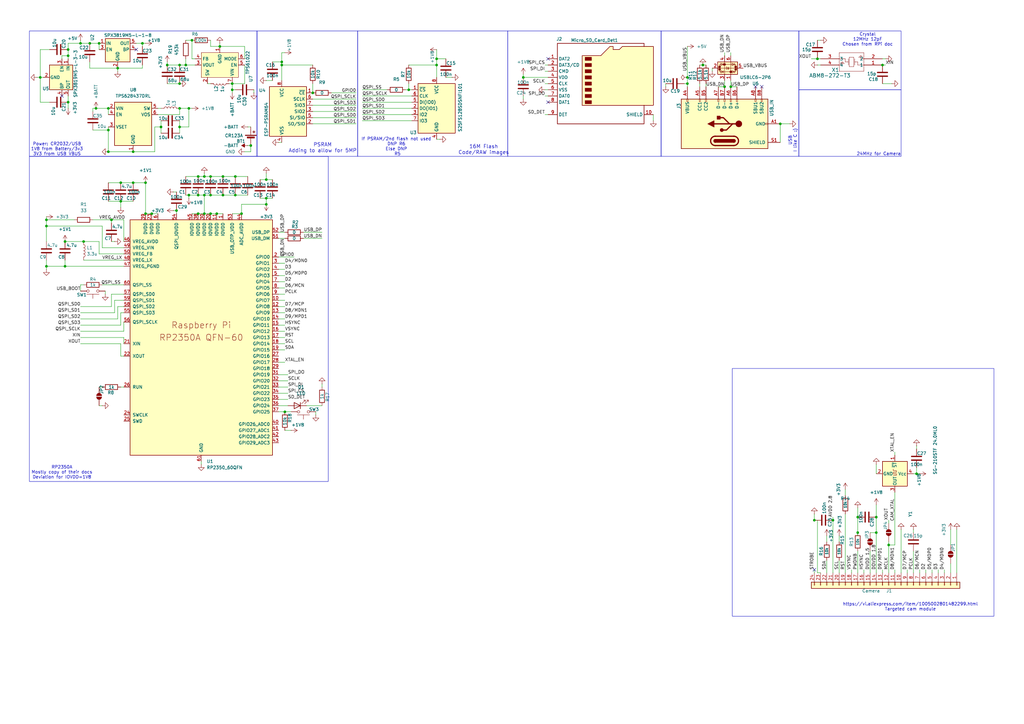
<source format=kicad_sch>
(kicad_sch (version 20250114) (generator "eeschema") (generator_version "9.0")
  (paper "A3")
  (title_block (date "2025-05-02") (rev "0.1") (company "kiyoo.moe"))
  (rectangle (start 327.66 36.83) (end 369.57 64.135))
  (rectangle (start 327.66 12.7) (end 369.57 36.83))
  (rectangle (start 12.065 64.135) (end 134.62 197.485))
  (rectangle (start 146.685 12.7) (end 208.28 64.135))
  (rectangle (start 300.355 151.13) (end 407.67 252.73))
  (rectangle (start 271.145 12.7) (end 327.66 64.135))
  (rectangle (start 105.41 12.7) (end 146.685 64.135))
  (rectangle (start 208.28 12.7) (end 271.145 64.135))
  (rectangle (start 12.065 12.7) (end 105.41 64.135))
  (text "16M Flash\nCode/RAW images\n" (at 198.374 61.468 0) (effects (font (size 1.5 1.5))))
  (text "USB\nI like C :)" (at 325.12 57.658 90) (effects (font (size 1.27 1.27))))
  (text "Crystal\n12MHz 12pF\nChosen from RPi doc\n\n" (at 355.854 17.272 0) (effects (font (size 1.27 1.27))))
  (text "If PSRAM/2nd flash not used\nDNP R6\nElse DNP\n R5" (at 162.56 60.198 0) (effects (font (size 1.27 1.27))))
  (text "Power: CR2032/USB\n1V8 from Battery/3v3\n3V3 from USB VBUS" (at 23.368 61.214 0) (effects (font (size 1.27 1.27))))
  (text "24MHz for Camera\n" (at 360.426 63.246 0) (effects (font (size 1.27 1.27))))
  (text "PSRAM\nAdding to allow for 5MP\n" (at 132.334 60.706 0) (effects (font (size 1.5 1.5))))
  (text "RP2350A\nMostly copy of their docs\nDeviation for IOVDD=1V8" (at 25.4 193.802 0) (effects (font (size 1.27 1.27))))
  (text "https://vi.aliexpress.com/item/1005002801482299.html\nTargeted cam module\n" (at 373.38 248.92 0) (effects (font (size 1.27 1.27))))
  (junction (at 320.04 50.8))
  (junction (at 90.17 19.05))
  (junction (at 297.18 35.56))
  (junction (at 375.92 194.31))
  (junction (at 34.29 99.06))
  (junction (at 128.27 38.1))
  (junction (at 359.41 212.09))
  (junction (at 116.84 168.91))
  (junction (at 27.94 20.32))
  (junction (at 44.45 44.45))
  (junction (at 76.2 26.67))
  (junction (at 48.26 27.94))
  (junction (at 95.25 36.83))
  (junction (at 33.02 17.78))
  (junction (at 62.23 87.63))
  (junction (at 288.29 26.67))
  (junction (at 26.67 109.22))
  (junction (at 361.95 26.67))
  (junction (at 109.22 81.28))
  (junction (at 281.94 34.29))
  (junction (at 99.06 87.63))
  (junction (at 179.07 24.13))
  (junction (at 364.49 223.52))
  (junction (at 109.22 83.82))
  (junction (at 86.36 80.01))
  (junction (at 91.44 72.39))
  (junction (at 66.04 52.07))
  (junction (at 73.66 52.07))
  (junction (at 86.36 87.63))
  (junction (at 49.53 82.55))
  (junction (at 73.66 26.67))
  (junction (at 81.28 87.63))
  (junction (at 341.63 213.36))
  (junction (at 351.79 218.44))
  (junction (at 359.41 218.44))
  (junction (at 54.61 62.23))
  (junction (at 214.63 31.75))
  (junction (at 281.94 31.75))
  (junction (at 83.82 72.39))
  (junction (at 77.47 44.45))
  (junction (at 167.64 36.83))
  (junction (at 179.07 26.67))
  (junction (at 95.25 34.29))
  (junction (at 115.57 25.4))
  (junction (at 27.94 41.91))
  (junction (at 44.45 62.23))
  (junction (at 73.66 34.29))
  (junction (at 91.44 80.01))
  (junction (at 59.69 74.93))
  (junction (at 115.57 26.67))
  (junction (at 68.58 26.67))
  (junction (at 44.45 53.34))
  (junction (at 39.37 44.45))
  (junction (at 77.47 80.01))
  (junction (at 73.66 44.45))
  (junction (at 83.82 87.63))
  (junction (at 40.64 17.78))
  (junction (at 19.05 92.71))
  (junction (at 81.28 80.01))
  (junction (at 86.36 72.39))
  (junction (at 16.51 31.75))
  (junction (at 81.28 72.39))
  (junction (at 26.67 99.06))
  (junction (at 351.79 212.09))
  (junction (at 59.69 87.63))
  (junction (at 299.72 35.56))
  (junction (at 334.01 213.36))
  (junction (at 54.61 74.93))
  (junction (at 335.28 24.13))
  (junction (at 58.42 17.78))
  (junction (at 72.39 86.36))
  (junction (at 36.83 17.78))
  (junction (at 83.82 80.01))
  (junction (at 109.22 73.66))
  (junction (at 19.05 90.17))
  (junction (at 102.87 59.69))
  (junction (at 96.52 72.39))
  (junction (at 49.53 74.93))
  (junction (at 27.94 22.86))
  (junction (at 19.05 109.22))
  (junction (at 88.9 87.63))
  (junction (at 78.74 16.51))
  (junction (at 45.72 90.17))
  (junction (at 96.52 80.01))
  (no_connect (at 224.79 41.91))
  (no_connect (at 55.88 20.32))
  (no_connect (at 312.42 35.56))
  (no_connect (at 25.4 39.37))
  (no_connect (at 224.79 24.13))
  (no_connect (at 309.88 35.56))
  (no_connect (at 334.01 233.68))
  (wire (pts (xy 27.94 17.78) (xy 27.94 20.32)))
  (wire (pts (xy 114.3 97.79) (xy 116.84 97.79)))
  (wire (pts (xy 58.42 17.78) (xy 58.42 19.05)))
  (wire (pts (xy 182.88 31.75) (xy 185.42 31.75)))
  (wire (pts (xy 114.3 166.37) (xy 118.11 166.37)))
  (wire (pts (xy 361.95 34.29) (xy 365.76 34.29)))
  (wire (pts (xy 287.02 26.67) (xy 288.29 26.67)))
  (wire (pts (xy 359.41 218.44) (xy 359.41 234.95)))
  (wire (pts (xy 382.27 233.68) (xy 382.27 234.95)))
  (wire (pts (xy 116.84 168.91) (xy 119.38 168.91)))
  (wire (pts (xy 114.3 168.91) (xy 116.84 168.91)))
  (wire (pts (xy 93.98 34.29) (xy 95.25 34.29)))
  (wire (pts (xy 86.36 16.51) (xy 86.36 19.05)))
  (wire (pts (xy 114.3 158.75) (xy 118.11 158.75)))
  (wire (pts (xy 33.02 128.27) (xy 46.99 128.27)))
  (wire (pts (xy 95.25 36.83) (xy 96.52 36.83)))
  (wire (pts (xy 19.05 106.68) (xy 19.05 109.22)))
  (wire (pts (xy 109.22 81.28) (xy 111.76 81.28)))
  (wire (pts (xy 379.73 233.68) (xy 379.73 234.95)))
  (wire (pts (xy 223.52 34.29) (xy 224.79 34.29)))
  (wire (pts (xy 363.22 26.67) (xy 361.95 26.67)))
  (wire (pts (xy 114.3 120.65) (xy 116.84 120.65)))
  (wire (pts (xy 40.64 158.75) (xy 41.91 158.75)))
  (wire (pts (xy 68.58 26.67) (xy 68.58 25.4)))
  (wire (pts (xy 364.49 223.52) (xy 364.49 234.95)))
  (wire (pts (xy 106.68 73.66) (xy 109.22 73.66)))
  (wire (pts (xy 88.9 87.63) (xy 91.44 87.63)))
  (wire (pts (xy 372.11 233.68) (xy 372.11 234.95)))
  (wire (pts (xy 148.59 36.83) (xy 158.75 36.83)))
  (wire (pts (xy 377.19 233.68) (xy 377.19 234.95)))
  (wire (pts (xy 63.5 52.07) (xy 63.5 62.23)))
  (wire (pts (xy 114.3 140.97) (xy 116.84 140.97)))
  (wire (pts (xy 36.83 17.78) (xy 40.64 17.78)))
  (wire (pts (xy 297.18 33.02) (xy 297.18 35.56)))
  (wire (pts (xy 334.01 210.82) (xy 334.01 213.36)))
  (wire (pts (xy 146.05 40.64) (xy 128.27 40.64)))
  (wire (pts (xy 114.3 135.89) (xy 116.84 135.89)))
  (wire (pts (xy 82.55 189.23) (xy 82.55 190.5)))
  (wire (pts (xy 101.6 59.69) (xy 102.87 59.69)))
  (wire (pts (xy 33.02 16.51) (xy 33.02 17.78)))
  (wire (pts (xy 281.94 34.29) (xy 281.94 31.75)))
  (wire (pts (xy 335.28 24.13) (xy 332.74 24.13)))
  (wire (pts (xy 83.82 80.01) (xy 83.82 87.63)))
  (wire (pts (xy 81.28 72.39) (xy 83.82 72.39)))
  (wire (pts (xy 50.8 132.08) (xy 50.8 135.89)))
  (wire (pts (xy 101.6 52.07) (xy 102.87 52.07)))
  (wire (pts (xy 114.3 107.95) (xy 116.84 107.95)))
  (wire (pts (xy 63.5 62.23) (xy 54.61 62.23)))
  (wire (pts (xy 83.82 71.12) (xy 83.82 72.39)))
  (wire (pts (xy 46.99 123.19) (xy 46.99 128.27)))
  (wire (pts (xy 114.3 148.59) (xy 116.84 148.59)))
  (wire (pts (xy 20.32 41.91) (xy 16.51 41.91)))
  (wire (pts (xy 148.59 41.91) (xy 168.91 41.91)))
  (wire (pts (xy 364.49 222.25) (xy 364.49 223.52)))
  (wire (pts (xy 114.3 156.21) (xy 118.11 156.21)))
  (wire (pts (xy 339.09 219.71) (xy 339.09 222.25)))
  (wire (pts (xy 339.09 229.87) (xy 339.09 234.95)))
  (wire (pts (xy 73.66 52.07) (xy 73.66 54.61)))
  (wire (pts (xy 26.67 109.22) (xy 19.05 109.22)))
  (wire (pts (xy 44.45 52.07) (xy 44.45 53.34)))
  (wire (pts (xy 86.36 87.63) (xy 88.9 87.63)))
  (wire (pts (xy 99.06 83.82) (xy 109.22 83.82)))
  (wire (pts (xy 16.51 41.91) (xy 16.51 31.75)))
  (wire (pts (xy 45.72 90.17) (xy 45.72 91.44)))
  (wire (pts (xy 375.92 191.77) (xy 375.92 194.31)))
  (wire (pts (xy 40.64 104.14) (xy 40.64 99.06)))
  (wire (pts (xy 81.28 87.63) (xy 83.82 87.63)))
  (wire (pts (xy 49.53 158.75) (xy 50.8 158.75)))
  (wire (pts (xy 49.53 82.55) (xy 49.53 85.09)))
  (wire (pts (xy 36.83 25.4) (xy 36.83 27.94)))
  (wire (pts (xy 167.64 34.29) (xy 167.64 36.83)))
  (wire (pts (xy 125.73 166.37) (xy 132.08 166.37)))
  (wire (pts (xy 135.89 38.1) (xy 146.05 38.1)))
  (wire (pts (xy 214.63 31.75) (xy 224.79 31.75)))
  (wire (pts (xy 90.17 19.05) (xy 90.17 17.78)))
  (wire (pts (xy 95.25 87.63) (xy 99.06 87.63)))
  (wire (pts (xy 335.28 234.95) (xy 336.55 234.95)))
  (wire (pts (xy 72.39 86.36) (xy 72.39 87.63)))
  (wire (pts (xy 96.52 80.01) (xy 91.44 80.01)))
  (wire (pts (xy 299.72 22.86) (xy 299.72 21.59)))
  (wire (pts (xy 38.1 90.17) (xy 45.72 90.17)))
  (wire (pts (xy 54.61 74.93) (xy 59.69 74.93)))
  (wire (pts (xy 71.12 86.36) (xy 72.39 86.36)))
  (wire (pts (xy 64.77 46.99) (xy 73.66 46.99)))
  (wire (pts (xy 49.53 82.55) (xy 54.61 82.55)))
  (wire (pts (xy 179.07 20.32) (xy 179.07 24.13)))
  (wire (pts (xy 367.03 185.42) (xy 367.03 186.69)))
  (wire (pts (xy 292.1 27.94) (xy 292.1 29.21)))
  (wire (pts (xy 344.17 219.71) (xy 344.17 222.25)))
  (wire (pts (xy 59.69 74.93) (xy 59.69 87.63)))
  (wire (pts (xy 78.74 24.13) (xy 78.74 16.51)))
  (wire (pts (xy 363.22 24.13) (xy 361.95 24.13)))
  (wire (pts (xy 76.2 16.51) (xy 78.74 16.51)))
  (wire (pts (xy 116.84 138.43) (xy 114.3 138.43)))
  (wire (pts (xy 114.3 153.67) (xy 118.11 153.67)))
  (wire (pts (xy 114.3 113.03) (xy 116.84 113.03)))
  (wire (pts (xy 50.8 99.06) (xy 50.8 90.17)))
  (wire (pts (xy 41.91 92.71) (xy 19.05 92.71)))
  (wire (pts (xy 115.57 21.59) (xy 116.84 21.59)))
  (wire (pts (xy 351.79 208.28) (xy 351.79 212.09)))
  (wire (pts (xy 116.84 176.53) (xy 119.38 176.53)))
  (wire (pts (xy 148.59 44.45) (xy 168.91 44.45)))
  (wire (pts (xy 49.53 74.93) (xy 54.61 74.93)))
  (wire (pts (xy 346.71 210.82) (xy 346.71 234.95)))
  (wire (pts (xy 387.35 233.68) (xy 387.35 234.95)))
  (wire (pts (xy 104.14 38.1) (xy 104.14 36.83)))
  (wire (pts (xy 38.1 53.34) (xy 44.45 53.34)))
  (wire (pts (xy 114.3 125.73) (xy 116.84 125.73)))
  (wire (pts (xy 115.57 25.4) (xy 111.76 25.4)))
  (wire (pts (xy 33.02 140.97) (xy 49.53 140.97)))
  (wire (pts (xy 356.87 218.44) (xy 359.41 218.44)))
  (wire (pts (xy 273.05 35.56) (xy 273.05 34.29)))
  (wire (pts (xy 359.41 190.5) (xy 359.41 194.31)))
  (wire (pts (xy 359.41 207.01) (xy 359.41 212.09)))
  (wire (pts (xy 114.3 118.11) (xy 116.84 118.11)))
  (wire (pts (xy 33.02 138.43) (xy 50.8 138.43)))
  (wire (pts (xy 86.36 19.05) (xy 90.17 19.05)))
  (wire (pts (xy 223.52 36.83) (xy 224.79 36.83)))
  (wire (pts (xy 86.36 72.39) (xy 91.44 72.39)))
  (wire (pts (xy 148.59 46.99) (xy 168.91 46.99)))
  (wire (pts (xy 27.94 41.91) (xy 27.94 44.45)))
  (wire (pts (xy 146.05 50.8) (xy 128.27 50.8)))
  (wire (pts (xy 44.45 53.34) (xy 44.45 62.23)))
  (wire (pts (xy 124.46 95.25) (xy 132.08 95.25)))
  (wire (pts (xy 50.8 125.73) (xy 48.26 125.73)))
  (wire (pts (xy 66.04 52.07) (xy 66.04 54.61)))
  (wire (pts (xy 41.91 101.6) (xy 41.91 92.71)))
  (wire (pts (xy 50.8 104.14) (xy 40.64 104.14)))
  (wire (pts (xy 100.33 34.29) (xy 95.25 34.29)))
  (wire (pts (xy 99.06 87.63) (xy 99.06 83.82)))
  (wire (pts (xy 389.89 217.17) (xy 389.89 223.52)))
  (wire (pts (xy 73.66 46.99) (xy 73.66 44.45)))
  (wire (pts (xy 223.52 46.99) (xy 224.79 46.99)))
  (wire (pts (xy 34.29 106.68) (xy 50.8 106.68)))
  (wire (pts (xy 179.07 26.67) (xy 179.07 31.75)))
  (wire (pts (xy 34.29 116.84) (xy 33.02 116.84)))
  (wire (pts (xy 336.55 26.67) (xy 335.28 26.67)))
  (wire (pts (xy 76.2 72.39) (xy 81.28 72.39)))
  (wire (pts (xy 26.67 106.68) (xy 26.67 109.22)))
  (wire (pts (xy 100.33 26.67) (xy 100.33 34.29)))
  (wire (pts (xy 384.81 233.68) (xy 384.81 234.95)))
  (wire (pts (xy 59.69 87.63) (xy 62.23 87.63)))
  (wire (pts (xy 19.05 90.17) (xy 30.48 90.17)))
  (wire (pts (xy 49.53 128.27) (xy 49.53 133.35)))
  (wire (pts (xy 86.36 80.01) (xy 91.44 80.01)))
  (wire (pts (xy 49.53 146.05) (xy 50.8 146.05)))
  (wire (pts (xy 91.44 72.39) (xy 96.52 72.39)))
  (wire (pts (xy 114.3 143.51) (xy 116.84 143.51)))
  (wire (pts (xy 27.94 22.86) (xy 25.4 22.86)))
  (wire (pts (xy 109.22 81.28) (xy 109.22 83.82)))
  (wire (pts (xy 33.02 125.73) (xy 45.72 125.73)))
  (wire (pts (xy 73.66 26.67) (xy 76.2 26.67)))
  (wire (pts (xy 114.3 163.83) (xy 118.11 163.83)))
  (wire (pts (xy 68.58 26.67) (xy 73.66 26.67)))
  (wire (pts (xy 115.57 26.67) (xy 115.57 33.02)))
  (wire (pts (xy 369.57 217.17) (xy 369.57 234.95)))
  (wire (pts (xy 281.94 34.29) (xy 280.67 34.29)))
  (wire (pts (xy 100.33 24.13) (xy 100.33 19.05)))
  (wire (pts (xy 48.26 125.73) (xy 48.26 130.81)))
  (wire (pts (xy 62.23 87.63) (xy 64.77 87.63)))
  (wire (pts (xy 49.53 140.97) (xy 49.53 146.05)))
  (wire (pts (xy 179.07 24.13) (xy 179.07 26.67)))
  (wire (pts (xy 281.94 31.75) (xy 281.94 19.05)))
  (wire (pts (xy 374.65 226.06) (xy 374.65 234.95)))
  (wire (pts (xy 27.94 20.32) (xy 27.94 22.86)))
  (wire (pts (xy 132.08 157.48) (xy 132.08 158.75)))
  (wire (pts (xy 335.28 213.36) (xy 335.28 234.95)))
  (wire (pts (xy 19.05 92.71) (xy 19.05 99.06)))
  (wire (pts (xy 95.25 38.1) (xy 95.25 36.83)))
  (wire (pts (xy 44.45 82.55) (xy 49.53 82.55)))
  (wire (pts (xy 374.65 217.17) (xy 374.65 218.44)))
  (wire (pts (xy 114.3 128.27) (xy 116.84 128.27)))
  (wire (pts (xy 17.78 31.75) (xy 16.51 31.75)))
  (wire (pts (xy 20.32 20.32) (xy 16.51 20.32)))
  (wire (pts (xy 39.37 44.45) (xy 44.45 44.45)))
  (wire (pts (xy 351.79 226.06) (xy 351.79 234.95)))
  (wire (pts (xy 33.02 17.78) (xy 36.83 17.78)))
  (wire (pts (xy 78.74 87.63) (xy 81.28 87.63)))
  (wire (pts (xy 115.57 21.59) (xy 115.57 25.4)))
  (wire (pts (xy 50.8 101.6) (xy 41.91 101.6)))
  (wire (pts (xy 25.4 22.86) (xy 25.4 24.13)))
  (wire (pts (xy 19.05 90.17) (xy 19.05 92.71)))
  (wire (pts (xy 115.57 25.4) (xy 115.57 26.67)))
  (wire (pts (xy 214.63 39.37) (xy 214.63 40.64)))
  (wire (pts (xy 40.64 99.06) (xy 34.29 99.06)))
  (wire (pts (xy 19.05 109.22) (xy 19.05 110.49)))
  (wire (pts (xy 167.64 36.83) (xy 168.91 36.83)))
  (wire (pts (xy 43.18 119.38) (xy 43.18 120.65)))
  (wire (pts (xy 344.17 229.87) (xy 344.17 234.95)))
  (wire (pts (xy 129.54 168.91) (xy 129.54 170.18)))
  (wire (pts (xy 392.43 217.17) (xy 392.43 234.95)))
  (wire (pts (xy 114.3 130.81) (xy 116.84 130.81)))
  (wire (pts (xy 354.33 233.68) (xy 354.33 234.95)))
  (wire (pts (xy 58.42 26.67) (xy 58.42 27.94)))
  (wire (pts (xy 40.64 166.37) (xy 41.91 166.37)))
  (wire (pts (xy 55.88 17.78) (xy 58.42 17.78)))
  (wire (pts (xy 38.1 44.45) (xy 38.1 45.72)))
  (wire (pts (xy 33.02 135.89) (xy 50.8 135.89)))
  (wire (pts (xy 34.29 99.06) (xy 26.67 99.06)))
  (wire (pts (xy 77.47 80.01) (xy 77.47 81.28)))
  (wire (pts (xy 361.95 233.68) (xy 361.95 234.95)))
  (wire (pts (xy 45.72 99.06) (xy 46.99 99.06)))
  (wire (pts (xy 289.56 34.29) (xy 289.56 35.56)))
  (wire (pts (xy 44.45 74.93) (xy 49.53 74.93)))
  (wire (pts (xy 33.02 116.84) (xy 33.02 119.38)))
  (wire (pts (xy 146.05 48.26) (xy 128.27 48.26)))
  (wire (pts (xy 377.19 194.31) (xy 375.92 194.31)))
  (wire (pts (xy 36.83 27.94) (xy 48.26 27.94)))
  (wire (pts (xy 114.3 115.57) (xy 116.84 115.57)))
  (wire (pts (xy 335.28 16.51) (xy 336.55 16.51)))
  (wire (pts (xy 83.82 72.39) (xy 86.36 72.39)))
  (wire (pts (xy 114.3 161.29) (xy 118.11 161.29)))
  (wire (pts (xy 124.46 97.79) (xy 132.08 97.79)))
  (wire (pts (xy 114.3 123.19) (xy 116.84 123.19)))
  (wire (pts (xy 375.92 194.31) (xy 374.65 194.31)))
  (wire (pts (xy 83.82 87.63) (xy 86.36 87.63)))
  (wire (pts (xy 179.07 57.15) (xy 180.34 57.15)))
  (wire (pts (xy 73.66 44.45) (xy 77.47 44.45)))
  (wire (pts (xy 96.52 72.39) (xy 101.6 72.39)))
  (wire (pts (xy 44.45 44.45) (xy 44.45 46.99)))
  (wire (pts (xy 50.8 120.65) (xy 45.72 120.65)))
  (wire (pts (xy 356.87 226.06) (xy 356.87 234.95)))
  (wire (pts (xy 148.59 49.53) (xy 168.91 49.53)))
  (wire (pts (xy 323.85 50.8) (xy 320.04 50.8)))
  (wire (pts (xy 341.63 212.09) (xy 341.63 213.36)))
  (wire (pts (xy 102.87 59.69) (xy 102.87 62.23)))
  (wire (pts (xy 50.8 128.27) (xy 49.53 128.27)))
  (wire (pts (xy 38.1 44.45) (xy 39.37 44.45)))
  (wire (pts (xy 336.55 24.13) (xy 335.28 24.13)))
  (wire (pts (xy 59.69 17.78) (xy 58.42 17.78)))
  (wire (pts (xy 115.57 58.42) (xy 114.3 58.42)))
  (wire (pts (xy 73.66 52.07) (xy 77.47 52.07)))
  (wire (pts (xy 27.94 39.37) (xy 27.94 41.91)))
  (wire (pts (xy 114.3 105.41) (xy 120.65 105.41)))
  (wire (pts (xy 359.41 212.09) (xy 359.41 218.44)))
  (wire (pts (xy 349.25 233.68) (xy 349.25 234.95)))
  (wire (pts (xy 45.72 120.65) (xy 45.72 125.73)))
  (wire (pts (xy 48.26 29.21) (xy 48.26 27.94)))
  (wire (pts (xy 100.33 19.05) (xy 90.17 19.05)))
  (wire (pts (xy 351.79 212.09) (xy 351.79 218.44)))
  (wire (pts (xy 367.03 233.68) (xy 367.03 234.95)))
  (wire (pts (xy 95.25 36.83) (xy 95.25 34.29)))
  (wire (pts (xy 364.49 223.52) (xy 367.03 223.52)))
  (wire (pts (xy 68.58 34.29) (xy 73.66 34.29)))
  (wire (pts (xy 223.52 39.37) (xy 224.79 39.37)))
  (wire (pts (xy 179.07 24.13) (xy 182.88 24.13)))
  (wire (pts (xy 76.2 26.67) (xy 80.01 26.67)))
  (wire (pts (xy 27.94 17.78) (xy 33.02 17.78)))
  (wire (pts (xy 375.92 182.88) (xy 375.92 184.15)))
  (wire (pts (xy 76.2 24.13) (xy 76.2 26.67)))
  (wire (pts (xy 287.02 34.29) (xy 287.02 35.56)))
  (wire (pts (xy 346.71 200.66) (xy 346.71 203.2)))
  (wire (pts (xy 66.04 49.53) (xy 66.04 52.07)))
  (wire (pts (xy 77.47 52.07) (xy 77.47 44.45)))
  (wire (pts (xy 299.72 33.02) (xy 299.72 35.56)))
  (wire (pts (xy 27.94 22.86) (xy 27.94 24.13)))
  (wire (pts (xy 146.05 45.72) (xy 128.27 45.72)))
  (wire (pts (xy 335.28 213.36) (xy 334.01 213.36)))
  (wire (pts (xy 16.51 20.32) (xy 16.51 31.75)))
  (wire (pts (xy 50.8 123.19) (xy 46.99 123.19)))
  (wire (pts (xy 109.22 73.66) (xy 109.22 71.12)))
  (wire (pts (xy 41.91 116.84) (xy 50.8 116.84)))
  (wire (pts (xy 297.18 22.86) (xy 297.18 21.59)))
  (wire (pts (xy 44.45 62.23) (xy 54.61 62.23)))
  (wire (pts (xy 281.94 34.29) (xy 281.94 35.56)))
  (wire (pts (xy 166.37 36.83) (xy 167.64 36.83)))
  (wire (pts (xy 109.22 73.66) (xy 111.76 73.66)))
  (wire (pts (xy 299.72 35.56) (xy 302.26 35.56)))
  (wire (pts (xy 101.6 80.01) (xy 96.52 80.01)))
  (wire (pts (xy 288.29 26.67) (xy 289.56 26.67)))
  (wire (pts (xy 77.47 44.45) (xy 78.74 44.45)))
  (wire (pts (xy 76.2 80.01) (xy 77.47 80.01)))
  (wire (pts (xy 45.72 90.17) (xy 50.8 90.17)))
  (wire (pts (xy 50.8 138.43) (xy 50.8 140.97)))
  (wire (pts (xy 114.3 133.35) (xy 116.84 133.35)))
  (wire (pts (xy 63.5 52.07) (xy 66.04 52.07)))
  (wire (pts (xy 81.28 80.01) (xy 83.82 80.01)))
  (wire (pts (xy 294.64 35.56) (xy 297.18 35.56)))
  (wire (pts (xy 128.27 26.67) (xy 115.57 26.67)))
  (wire (pts (xy 73.66 49.53) (xy 73.66 52.07)))
  (wire (pts (xy 341.63 213.36) (xy 341.63 234.95)))
  (wire (pts (xy 49.53 133.35) (xy 33.02 133.35)))
  (wire (pts (xy 389.89 231.14) (xy 389.89 234.95)))
  (wire (pts (xy 64.77 44.45) (xy 66.04 44.45)))
  (wire (pts (xy 214.63 30.48) (xy 214.63 31.75)))
  (wire (pts (xy 85.09 34.29) (xy 86.36 34.29)))
  (wire (pts (xy 148.59 39.37) (xy 168.91 39.37)))
  (wire (pts (xy 111.76 33.02) (xy 109.22 33.02)))
  (wire (pts (xy 114.3 95.25) (xy 116.84 95.25)))
  (wire (pts (xy 83.82 80.01) (xy 86.36 80.01)))
  (wire (pts (xy 16.51 31.75) (xy 15.24 31.75)))
  (wire (pts (xy 33.02 130.81) (xy 48.26 130.81)))
  (wire (pts (xy 50.8 109.22) (xy 26.67 109.22)))
  (wire (pts (xy 351.79 218.44) (xy 351.79 219.71)))
  (wire (pts (xy 320.04 58.42) (xy 320.04 50.8)))
  (wire (pts (xy 128.27 34.29) (xy 128.27 38.1)))
  (wire (pts (xy 102.87 62.23) (xy 100.33 62.23)))
  (wire (pts (xy 334.01 233.68) (xy 334.01 234.95)))
  (wire (pts (xy 364.49 213.36) (xy 364.49 214.63)))
  (wire (pts (xy 267.97 46.99) (xy 267.97 49.53)))
  (wire (pts (xy 367.03 201.93) (xy 367.03 223.52)))
  (wire (pts (xy 80.01 24.13) (xy 78.74 24.13)))
  (wire (pts (xy 40.64 17.78) (xy 40.64 20.32)))
  (wire (pts (xy 223.52 29.21) (xy 224.79 29.21)))
  (wire (pts (xy 19.05 90.17) (xy 19.05 88.9)))
  (wire (pts (xy 71.12 78.74) (xy 72.39 78.74)))
  (wire (pts (xy 167.64 26.67) (xy 179.07 26.67)))
  (wire (pts (xy 128.27 43.18) (xy 146.05 43.18)))
  (wire (pts (xy 114.3 110.49) (xy 116.84 110.49)))
  (wire (pts (xy 58.42 27.94) (xy 48.26 27.94)))
  (wire (pts (xy 106.68 81.28) (xy 109.22 81.28)))
  (wire (pts (xy 77.47 80.01) (xy 81.28 80.01)))
  (wire (pts (xy 223.52 26.67) (xy 224.79 26.67)))
  (label "QSPI_SD3" (at 33.02 133.35 180))
  (label "PCLK" (at 374.65 233.68 90))
  (label "QSPI_SCLK" (at 146.05 40.64 180))
  (label "PWDNB" (at 351.79 233.68 90))
  (label "QSPI_SD3" (at 148.59 49.53 0))
  (label "D7{slash}MCP" (at 116.84 125.73 0))
  (label "D4{slash}MDN0" (at 387.35 233.68 90))
  (label "VSYNC" (at 349.25 233.68 90))
  (label "VSYNC" (at 116.84 135.89 0))
  (label "D5{slash}MDP0" (at 116.84 113.03 0))
  (label "USB_VBUS" (at 281.94 29.21 90))
  (label "HSYNC" (at 116.84 133.35 0))
  (label "SCLK" (at 223.52 34.29 180))
  (label "HSYNC" (at 354.33 233.68 90))
  (label "QSPI_SCLK" (at 148.59 39.37 0))
  (label "GPIO0" (at 146.05 38.1 180))
  (label "D2" (at 379.73 233.68 90))
  (label "GPIO0" (at 120.65 105.41 180))
  (label "MCLK" (at 364.49 233.68 90))
  (label "QSPI_SD1" (at 33.02 128.27 180))
  (label "USB_DP" (at 299.72 35.56 0))
  (label "XOUT" (at 33.02 140.97 180))
  (label "SDA" (at 116.84 143.51 0))
  (label "SDA" (at 339.09 233.68 90))
  (label "USB_DN" (at 132.08 97.79 180))
  (label "XTAL_EN" (at 116.84 148.59 0))
  (label "XIN" (at 363.22 26.67 0))
  (label "USB_DN" (at 297.18 21.59 90))
  (label "QSPI_SCLK" (at 33.02 135.89 180))
  (label "XOUT" (at 332.74 24.13 180))
  (label "QSPI_SD2" (at 146.05 45.72 180))
  (label "D5{slash}MDP0" (at 382.27 233.68 90))
  (label "AVDD 2.8" (at 341.63 212.09 90))
  (label "USB_BOOT" (at 33.02 119.38 180))
  (label "QSPI_SS" (at 148.59 36.83 0))
  (label "QSPI_SD1" (at 146.05 50.8 180))
  (label "QSPI_SD2" (at 33.02 130.81 180))
  (label "D3" (at 116.84 110.49 0))
  (label "USB_VBUS" (at 304.8 27.94 0))
  (label "SPI_CS" (at 223.52 26.67 180))
  (label "XIN" (at 33.02 138.43 180))
  (label "SD_DET" (at 223.52 46.99 180))
  (label "VREG_LX" (at 41.91 106.68 0))
  (label "DVDD 1.5" (at 356.87 233.68 90))
  (label "SPI_DO" (at 118.11 153.67 0))
  (label "USB_DP" (at 116.84 95.25 90))
  (label "XOUT" (at 364.49 213.36 90))
  (label "USB_DP" (at 299.72 21.59 90))
  (label "SCL" (at 344.17 233.68 90))
  (label "XTAL_EN" (at 367.03 185.42 90))
  (label "D6{slash}MCN" (at 116.84 118.11 0))
  (label "D3" (at 384.81 233.68 90))
  (label "PCLK" (at 116.84 120.65 0))
  (label "D4{slash}MDN0" (at 116.84 107.95 0))
  (label "SCLK" (at 118.11 156.21 0))
  (label "D8{slash}MDN1" (at 116.84 128.27 0))
  (label "RST" (at 346.71 233.68 90))
  (label "D8{slash}MDN1" (at 367.03 233.68 90))
  (label "QSPI_SS" (at 49.53 116.84 180))
  (label "USB_DN" (at 297.18 35.56 180))
  (label "SCL" (at 116.84 140.97 0))
  (label "SPI_CS" (at 118.11 161.29 0))
  (label "SPI_DO" (at 223.52 39.37 180))
  (label "D7{slash}MCP" (at 372.11 233.68 90))
  (label "D9{slash}MPD1" (at 361.95 233.68 90))
  (label "QSPI_SD0" (at 33.02 125.73 180))
  (label "VREG_AVDD" (at 40.64 90.17 0))
  (label "SD_DET" (at 118.11 163.83 0))
  (label "D2" (at 116.84 115.57 0))
  (label "USB_DN" (at 116.84 97.79 270))
  (label "SPI_DI" (at 118.11 158.75 0))
  (label "QSPI_SD0" (at 148.59 41.91 0))
  (label "QSPI_SD3" (at 146.05 43.18 180))
  (label "SPI_DI" (at 223.52 29.21 180))
  (label "CAM_XTAL" (at 367.03 204.47 270))
  (label "USB_DP" (at 132.08 95.25 180))
  (label "D9{slash}MPD1" (at 116.84 130.81 0))
  (label "QSPI_SD1" (at 148.59 44.45 0))
  (label "QSPI_SD0" (at 146.05 48.26 180))
  (label "D6{slash}MCN" (at 377.19 233.68 90))
  (label "QSPI_SD2" (at 148.59 46.99 0))
  (label "RST" (at 116.84 138.43 0))
  (label "DOVDD 1.8" (at 359.41 233.68 90))
  (label "STROBE" (at 334.01 233.68 90))
  (symbol (lib_id "power:GND") (at 359.41 190.5 180) (unit 1)
    (property "Reference" "#PWR55" (effects (hide yes)))
    (property "Value" "GND" (effects (hide yes)))
    (property "Description" "Power symbol creates a global label with name \"GND\" , ground" (effects (hide yes)))
  )
  (symbol (lib_id "Memory_RAM:ESP-PSRAM32") (at 118.11 45.72 0) (unit 1)
    (property "Reference" "U4" (at 108.966 37.084 0) (effects (justify right)))
    (property "Value" "ESP-PSRAM64" (at 109.22 41.91 90) (effects (justify right)))
    (property "Footprint" "Package_SO:SOIC-8_3.9x4.9mm_P1.27mm" (effects (hide yes)))
    (property "Datasheet" "https://www.espressif.com/sites/default/files/documentation/esp-psram32_datasheet_en.pdf" (effects (hide yes)))
    (property "Description" "32 Mbit serial pseudo SRAM device organized as 4Mx8 bits, 1.8 VCC, SOIC8 (SOP8)" (effects (hide yes)))
  )
  (symbol (lib_id "power:+3V3") (at 109.22 83.82 180) (unit 1)
    (property "Reference" "#PWR15" (effects (hide yes)))
    (property "Value" "+3V3" (at 109.22 88.9 0))
    (property "Description" "Power symbol creates a global label with name \"+3V3\"" (effects (hide yes)))
  )
  (symbol (lib_id "power:+1V1") (at 26.67 99.06 0) (unit 1)
    (property "Reference" "#PWR10" (effects (hide yes)))
    (property "Value" "+1V1" (at 26.67 93.98 0))
    (property "Description" "Power symbol creates a global label with name \"+1V1\"" (effects (hide yes)))
  )
  (symbol (lib_id "power:+5V") (at 281.94 19.05 270) (unit 1)
    (property "Reference" "#PWR46" (effects (hide yes)))
    (property "Value" "+5V" (at 285.75 19.0499 90) (effects (justify left)))
    (property "Description" "Power symbol creates a global label with name \"+5V\"" (effects (hide yes)))
  )
  (symbol (lib_id "Jumper:SolderJumper_2_Open") (at 364.49 218.44 270) (unit 1) (exclude_from_sim yes) (in_bom no)
    (property "Reference" "JP4" (at 363.22 215.646 0))
    (property "Value" "XTAL_JMP" (effects (hide yes)))
    (property "Footprint" "Jumper:SolderJumper-2_P1.3mm_Open_RoundedPad1.0x1.5mm" (effects (hide yes)))
    (property "Description" "Solder Jumper, 2-pole, open" (effects (hide yes)))
  )
  (symbol (lib_id "Device:R") (at 132.08 162.56 0) (unit 1)
    (property "Reference" "R17" (at 134.366 162.814 90))
    (property "Value" "1k" (at 132.08 162.56 90))
    (property "Footprint" "Resistor_SMD:R_0402_1005Metric" (effects (hide yes)))
    (property "Description" "Resistor" (effects (hide yes)))
    (property "LCSC" "C11702" (effects (hide yes)))
  )
  (symbol (lib_id "Converter_DCDC:TPS61022") (at 90.17 26.67 180) (unit 1)
    (property "Reference" "U7" (at 102.87 32.258 90))
    (property "Value" "TPS61022" (at 101.6 25.654 90))
    (property "Footprint" "Package_DFN_QFN:Texas_RWU0007A_VQFN-7_2x2mm_P0.5mm" (effects (hide yes)))
    (property "Datasheet" "https://www.ti.com/lit/ds/symlink/tps61022.pdf" (effects (hide yes)))
    (property "Description" "8A Boost Converter, 0.5-5.5 V input, 2.2-5.5V output, Texas RWU0007A VQFN-7" (effects (hide yes)))
    (property "LCSC" "C915088" (effects (hide yes)))
  )
  (symbol (lib_id "power:GND") (at 292.1 29.21 0) (mirror y) (unit 1)
    (property "Reference" "#PWR54" (effects (hide yes)))
    (property "Value" "GND" (effects (hide yes)))
    (property "Description" "Power symbol creates a global label with name \"GND\" , ground" (effects (hide yes)))
  )
  (symbol (lib_id "Device:R") (at 162.56 36.83 90) (unit 1)
    (property "Reference" "R5" (at 162.56 32.512 90))
    (property "Value" "0" (at 162.56 36.83 90))
    (property "Footprint" "Resistor_SMD:R_0402_1005Metric" (effects (hide yes)))
    (property "Description" "Resistor" (effects (hide yes)))
    (property "LCSC" "C17168" (effects (hide yes)))
  )
  (symbol (lib_id "power:GND") (at 374.65 217.17 0) (mirror x) (unit 1)
    (property "Reference" "#PWR52" (effects (hide yes)))
    (property "Value" "GND" (effects (hide yes)))
    (property "Description" "Power symbol creates a global label with name \"GND\" , ground" (effects (hide yes)))
  )
  (symbol (lib_id "Device:C") (at 38.1 49.53 0) (unit 1)
    (property "Reference" "C35" (at 38.1 47.498 0) (effects (justify left)))
    (property "Value" "10u" (at 39.878 51.816 0) (effects (justify left)))
    (property "Footprint" "Capacitor_SMD:C_0603_1608Metric" (effects (hide yes)))
    (property "Description" "Unpolarized capacitor" (effects (hide yes)))
    (property "LCSC" "C1691" (effects (hide yes)))
  )
  (symbol (lib_id "Device:C") (at 36.83 21.59 0) (unit 1)
    (property "Reference" "C22" (at 32.512 19.558 0) (effects (justify left)))
    (property "Value" "10u" (at 32.258 23.368 0) (effects (justify left)))
    (property "Footprint" "Capacitor_SMD:C_0603_1608Metric" (effects (hide yes)))
    (property "Description" "Unpolarized capacitor" (effects (hide yes)))
    (property "LCSC" "C1691" (effects (hide yes)))
  )
  (symbol (lib_id "power:+1V8") (at 59.69 17.78 270) (unit 1)
    (property "Reference" "#PWR5" (effects (hide yes)))
    (property "Value" "+1V8" (at 60.452 16.51 90) (effects (justify left)))
    (property "Description" "Power symbol creates a global label with name \"+1V8\"" (effects (hide yes)))
  )
  (symbol (lib_id "power:+3V3") (at 389.89 217.17 0) (unit 1)
    (property "Reference" "#PWR51" (effects (hide yes)))
    (property "Value" "+3V3" (at 387.096 219.964 90) (effects (justify left)))
    (property "Description" "Power symbol creates a global label with name \"+3V3\"" (effects (hide yes)))
  )
  (symbol (lib_id "Connector:USB_C_Receptacle_USB2.0_16P") (at 297.18 50.8 90) (unit 1)
    (property "Reference" "J3" (at 278.384 44.704 0) (effects (justify left)))
    (property "Value" "USB_IN" (at 316.484 47.752 0) (effects (justify left)))
    (property "Footprint" "Connector_USB:USB_C_Receptacle_HCTL_HC-TYPE-C-16P-01A" (effects (hide yes)))
    (property "Datasheet" "https://www.usb.org/sites/default/files/documents/usb_type-c.zip" (effects (hide yes)))
    (property "Description" "USB 2.0-only 16P Type-C Receptacle connector" (effects (hide yes)))
    (property "LCSC" "C2894897" (effects (hide yes)))
  )
  (symbol (lib_id "power:GND") (at 48.26 29.21 0) (unit 1)
    (property "Reference" "#PWR9" (effects (hide yes)))
    (property "Value" "GND" (effects (hide yes)))
    (property "Description" "Power symbol creates a global label with name \"GND\" , ground" (effects (hide yes)))
  )
  (symbol (lib_id "power:GND") (at 335.28 26.67 270) (unit 1)
    (property "Reference" "#PWR26" (effects (hide yes)))
    (property "Value" "GND" (effects (hide yes)))
    (property "Description" "Power symbol creates a global label with name \"GND\" , ground" (effects (hide yes)))
  )
  (symbol (lib_id "Device:R") (at 34.29 90.17 90) (unit 1)
    (property "Reference" "R1" (at 34.29 83.82 90))
    (property "Value" "33" (at 34.29 86.36 90))
    (property "Footprint" "Resistor_SMD:R_0402_1005Metric" (effects (hide yes)))
    (property "Description" "Resistor" (effects (hide yes)))
    (property "LCSC" "C25105" (effects (hide yes)))
  )
  (symbol (lib_id "Connector_Generic:Conn_01x24") (at 364.49 240.03 270) (unit 1)
    (property "Reference" "J1" (at 363.474 242.316 90) (effects (justify left)))
    (property "Value" "Camera" (at 353.568 242.316 90) (effects (justify left)))
    (property "Footprint" "Connector_FFC-FPC:Hirose_FH12-24S-0.5SH_1x24-1MP_P0.50mm_Horizontal" (effects (hide yes)))
    (property "Description" "Generic connector, single row, 01x24, script generated (kicad-library-utils/schlib/autogen/connector/)" (effects (hide yes)))
    (property "LCSC" "C202112" (effects (hide yes)))
  )
  (symbol (lib_id "power:-BATT") (at 101.6 59.69 90) (unit 1)
    (property "Reference" "#PWR2" (effects (hide yes)))
    (property "Value" "-BATT" (at 97.79 59.6899 90) (effects (justify left)))
    (property "Description" "Power symbol creates a global label with name \"-BATT\"" (effects (hide yes)))
  )
  (symbol (lib_id "power:+BATT") (at 39.37 44.45 0) (unit 1)
    (property "Reference" "#PWR67" (effects (hide yes)))
    (property "Value" "+BATT" (at 39.3701 40.64 90) (effects (justify left)))
    (property "Description" "Power symbol creates a global label with name \"+BATT\"" (effects (hide yes)))
  )
  (symbol (lib_id "Device:C") (at 182.88 27.94 180) (unit 1)
    (property "Reference" "C15" (at 186.944 25.908 0) (effects (justify left)))
    (property "Value" "100n" (at 185.42 30.48 0) (effects (justify left)))
    (property "Footprint" "Capacitor_SMD:C_0402_1005Metric" (effects (hide yes)))
    (property "Description" "Unpolarized capacitor" (effects (hide yes)))
    (property "LCSC" "C1525" (effects (hide yes)))
  )
  (symbol (lib_id "Device:C") (at 58.42 22.86 0) (unit 1)
    (property "Reference" "C23" (at 58.42 20.828 0) (effects (justify left)))
    (property "Value" "10u" (at 54.356 24.892 0) (effects (justify left)))
    (property "Footprint" "Capacitor_SMD:C_0603_1608Metric" (effects (hide yes)))
    (property "Description" "Unpolarized capacitor" (effects (hide yes)))
    (property "LCSC" "C1691" (effects (hide yes)))
  )
  (symbol (lib_id "power:GND") (at 46.99 99.06 90) (unit 1)
    (property "Reference" "#PWR6" (effects (hide yes)))
    (property "Value" "GND" (effects (hide yes)))
    (property "Description" "Power symbol creates a global label with name \"GND\" , ground" (effects (hide yes)))
  )
  (symbol (lib_id "Device:R") (at 45.72 158.75 270) (unit 1)
    (property "Reference" "R8" (at 45.466 161.036 90))
    (property "Value" "1k" (at 45.72 158.75 90))
    (property "Footprint" "Resistor_SMD:R_0402_1005Metric" (effects (hide yes)))
    (property "Description" "Resistor" (effects (hide yes)))
    (property "LCSC" "C11702" (effects (hide yes)))
  )
  (symbol (lib_id "Device:R") (at 339.09 226.06 0) (unit 1)
    (property "Reference" "R16" (at 336.804 226.06 90))
    (property "Value" "10k" (at 339.09 226.06 90) (effects (font (size 1.016 1.016) (thickness 0.2032) (bold yes))))
    (property "Footprint" "Resistor_SMD:R_0603_1608Metric" (effects (hide yes)))
    (property "Description" "Resistor" (effects (hide yes)))
    (property "LCSC" "C15401" (effects (hide yes)))
  )
  (symbol (lib_id "Regulator_Linear:SPX3819M5-L-3-3") (at 25.4 31.75 270) (unit 1)
    (property "Reference" "U5" (at 18.796 36.322 90))
    (property "Value" "SPX3819M5-L-3-3" (at 30.988 30.226 0))
    (property "Footprint" "Package_TO_SOT_SMD:SOT-23-5" (effects (hide yes)))
    (property "Datasheet" "https://www.exar.com/content/document.ashx?id=22106&languageid=1033&type=Datasheet&partnumber=SPX3819&filename=SPX3819.pdf&part=SPX3819" (effects (hide yes)))
    (property "Description" "500mA Low drop-out regulator, Fixed Output 3.3V, SOT-23-5" (effects (hide yes)))
    (property "LCSC" "C5370980" (effects (hide yes)))
  )
  (symbol (lib_id "Device:R") (at 120.65 97.79 90) (unit 1)
    (property "Reference" "R3" (at 120.904 92.964 90))
    (property "Value" "0" (at 120.65 97.79 90))
    (property "Footprint" "Resistor_SMD:R_0402_1005Metric" (effects (hide yes)))
    (property "Description" "Resistor" (effects (hide yes)))
    (property "LCSC" "C17168" (effects (hide yes)))
  )
  (symbol (lib_id "Device:R") (at 344.17 226.06 0) (unit 1)
    (property "Reference" "R15" (at 345.44 221.488 90))
    (property "Value" "10k" (at 344.17 226.06 90) (effects (font (size 1.016 1.016) (thickness 0.2032) (bold yes))))
    (property "Footprint" "Resistor_SMD:R_0603_1608Metric" (effects (hide yes)))
    (property "Description" "Resistor" (effects (hide yes)))
    (property "LCSC" "C15401" (effects (hide yes)))
  )
  (symbol (lib_id "Jumper:SolderJumper_2_Open") (at 356.87 222.25 270) (unit 1) (exclude_from_sim yes) (in_bom no)
    (property "Reference" "JP3" (at 355.6 219.456 0))
    (property "Value" "DVDD_1V8" (effects (hide yes)))
    (property "Footprint" "Jumper:SolderJumper-2_P1.3mm_Open_RoundedPad1.0x1.5mm" (effects (hide yes)))
    (property "Description" "Solder Jumper, 2-pole, open" (effects (hide yes)))
  )
  (symbol (lib_id "power:GND") (at 336.55 16.51 90) (unit 1)
    (property "Reference" "#PWR33" (effects (hide yes)))
    (property "Value" "GND" (effects (hide yes)))
    (property "Description" "Power symbol creates a global label with name \"GND\" , ground" (effects (hide yes)))
  )
  (symbol (lib_id "power:GND") (at 71.12 78.74 270) (unit 1)
    (property "Reference" "#PWR60" (effects (hide yes)))
    (property "Value" "GND" (effects (hide yes)))
    (property "Description" "Power symbol creates a global label with name \"GND\" , ground" (effects (hide yes)))
  )
  (symbol (lib_id "power:+1V8") (at 78.74 44.45 270) (unit 1)
    (property "Reference" "#PWR59" (effects (hide yes)))
    (property "Value" "+1V8" (at 82.55 44.4499 90) (effects (justify left)))
    (property "Description" "Power symbol creates a global label with name \"+1V8\"" (effects (hide yes)))
  )
  (symbol (lib_id "Device:C") (at 91.44 76.2 0) (unit 1)
    (property "Reference" "C4" (at 88.646 78.74 0) (effects (justify left)))
    (property "Value" "100n" (at 89.662 74.168 0) (effects (justify left)))
    (property "Footprint" "Capacitor_SMD:C_0402_1005Metric" (effects (hide yes)))
    (property "Description" "Unpolarized capacitor" (effects (hide yes)))
    (property "LCSC" "C1525" (effects (hide yes)))
  )
  (symbol (lib_id "power:GND") (at 100.33 62.23 270) (unit 1)
    (property "Reference" "#PWR3" (effects (hide yes)))
    (property "Value" "GND" (at 96.52 62.2299 90) (effects (justify right)))
    (property "Description" "Power symbol creates a global label with name \"GND\" , ground" (effects (hide yes)))
  )
  (symbol (lib_id "Device:R") (at 351.79 222.25 0) (unit 1)
    (property "Reference" "R13" (at 349.25 222.25 90))
    (property "Value" "10k" (at 351.79 222.25 90) (effects (font (size 1.016 1.016) (thickness 0.2032) (bold yes))))
    (property "Footprint" "Resistor_SMD:R_0603_1608Metric" (effects (hide yes)))
    (property "Description" "Resistor" (effects (hide yes)))
    (property "LCSC" "C15401" (effects (hide yes)))
  )
  (symbol (lib_id "Device:C") (at 44.45 78.74 0) (unit 1)
    (property "Reference" "C11" (at 41.656 81.28 0) (effects (justify left)))
    (property "Value" "100n" (at 42.418 78.74 0) (effects (justify left)))
    (property "Footprint" "Capacitor_SMD:C_0402_1005Metric" (effects (hide yes)))
    (property "Description" "Unpolarized capacitor" (effects (hide yes)))
    (property "LCSC" "C1525" (effects (hide yes)))
  )
  (symbol (lib_id "power:GND") (at 375.92 182.88 180) (unit 1)
    (property "Reference" "#PWR56" (effects (hide yes)))
    (property "Value" "GND" (effects (hide yes)))
    (property "Description" "Power symbol creates a global label with name \"GND\" , ground" (effects (hide yes)))
  )
  (symbol (lib_id "Switch:SW_Push") (at 38.1 119.38 180) (unit 1)
    (property "Reference" "SW1" (at 33.528 120.904 0))
    (property "Value" "USB_BOOT" (effects (hide yes)))
    (property "Footprint" "Button_Switch_SMD:SW_Push_1P1T_NO_CK_KMR2" (effects (hide yes)))
    (property "Description" "Push button switch, generic, two pins" (effects (hide yes)))
    (property "LCSC" "C72443" (effects (hide yes)))
  )
  (symbol (lib_id "Jumper:SolderJumper_2_Open") (at 40.64 162.56 270) (unit 1) (exclude_from_sim yes) (in_bom no)
    (property "Reference" "JP2" (at 41.656 159.766 0))
    (property "Value" "USB_BOOT" (effects (hide yes)))
    (property "Footprint" "Jumper:SolderJumper-2_P1.3mm_Open_RoundedPad1.0x1.5mm" (effects (hide yes)))
    (property "Description" "Solder Jumper, 2-pole, open" (effects (hide yes)))
  )
  (symbol (lib_id "power:GND") (at 104.14 38.1 0) (unit 1)
    (property "Reference" "#PWR44" (effects (hide yes)))
    (property "Value" "GND" (effects (hide yes)))
    (property "Description" "Power symbol creates a global label with name \"GND\" , ground" (effects (hide yes)))
  )
  (symbol (lib_id "power:GND") (at 323.85 50.8 90) (unit 1)
    (property "Reference" "#PWR36" (effects (hide yes)))
    (property "Value" "GND" (effects (hide yes)))
    (property "Description" "Power symbol creates a global label with name \"GND\" , ground" (effects (hide yes)))
  )
  (symbol (lib_id "power:+1V8") (at 179.07 20.32 90) (unit 1)
    (property "Reference" "#PWR18" (effects (hide yes)))
    (property "Value" "+1V8" (at 177.292 23.368 0))
    (property "Description" "Power symbol creates a global label with name \"+1V8\"" (effects (hide yes)))
  )
  (symbol (lib_id "Device:C") (at 335.28 20.32 180) (unit 1)
    (property "Reference" "C17" (at 330.454 18.288 0) (effects (justify right)))
    (property "Value" "15p" (at 328.93 20.32 0) (effects (justify right)))
    (property "Footprint" "Capacitor_SMD:C_0402_1005Metric" (effects (hide yes)))
    (property "Description" "Unpolarized capacitor" (effects (hide yes)))
    (property "LCSC" "C1548" (effects (hide yes)))
  )
  (symbol (lib_id "Device:C") (at 24.13 41.91 270) (unit 1)
    (property "Reference" "C21" (at 26.162 41.91 0) (effects (justify left)))
    (property "Value" "10u" (at 21.844 43.688 0) (effects (justify left)))
    (property "Footprint" "Capacitor_SMD:C_0603_1608Metric" (effects (hide yes)))
    (property "Description" "Unpolarized capacitor" (effects (hide yes)))
    (property "LCSC" "C1691" (effects (hide yes)))
  )
  (symbol (lib_id "ABM8-272-T3:ABM8-272-T3") (at 361.95 26.67 180) (unit 1)
    (property "Reference" "X1" (at 342.646 28.702 0) (effects (font (size 1.524 1.524))))
    (property "Value" "ABM8-272-T3" (at 340.36 30.988 0) (effects (font (size 1.524 1.524))))
    (property "Footprint" "ABM8_272_T3:ABM8-272-T3_ABR" (effects (hide yes)))
    (property "Datasheet" "ABM8-272-T3" (effects (hide yes)))
    (property "LCSC" "C20625731" (effects (hide yes)))
  )
  (symbol (lib_id "Device:C") (at 26.67 102.87 0) (unit 1)
    (property "Reference" "C8" (at 23.876 105.41 0) (effects (justify left)))
    (property "Value" "4.7u" (at 27.178 100.584 0) (effects (justify left)))
    (property "Footprint" "Capacitor_SMD:C_0402_1005Metric" (effects (hide yes)))
    (property "Description" "Unpolarized capacitor" (effects (hide yes)))
    (property "LCSC" "C76995" (effects (hide yes)))
  )
  (symbol (lib_id "Device:R") (at 116.84 172.72 0) (mirror x) (unit 1)
    (property "Reference" "R18" (at 118.872 171.45 90))
    (property "Value" "10k" (at 116.84 172.72 90))
    (property "Footprint" "Resistor_SMD:R_0603_1608Metric" (effects (hide yes)))
    (property "Description" "Resistor" (effects (hide yes)))
    (property "LCSC" "C15401" (effects (hide yes)))
  )
  (symbol (lib_id "Device:C") (at 69.85 49.53 270) (unit 1)
    (property "Reference" "C33" (at 71.628 48.514 90) (effects (justify left)))
    (property "Value" "10u" (at 65.024 48.514 90) (effects (justify left)))
    (property "Footprint" "Capacitor_SMD:C_0603_1608Metric" (effects (hide yes)))
    (property "Description" "Unpolarized capacitor" (effects (hide yes)))
    (property "LCSC" "C1691" (effects (hide yes)))
  )
  (symbol (lib_id "Switch:SW_Push") (at 124.46 168.91 180) (unit 1)
    (property "Reference" "SW3" (at 128.778 167.894 0))
    (property "Value" "Shutter" (effects (hide yes)))
    (property "Footprint" "Button_Switch_SMD:SW_Push_1P1T_NO_6x6mm_H9.5mm" (effects (hide yes)))
    (property "Description" "Push button switch, generic, two pins" (effects (hide yes)))
    (property "LCSC" "C22397173" (effects (hide yes)))
  )
  (symbol (lib_id "power:GND") (at 41.91 166.37 90) (unit 1)
    (property "Reference" "#PWR28" (effects (hide yes)))
    (property "Value" "GND" (effects (hide yes)))
    (property "Description" "Power symbol creates a global label with name \"GND\" , ground" (effects (hide yes)))
  )
  (symbol (lib_id "power:PWR_FLAG") (at 281.94 31.75 90) (unit 1)
    (property "Reference" "#FLG1" (effects (hide yes)))
    (property "Value" "PWR_FLAG" (effects (hide yes)))
    (property "Description" "Special symbol for telling ERC where power comes from" (effects (hide yes)))
  )
  (symbol (lib_id "Regulator_Switching:TPS628437DRL") (at 54.61 52.07 0) (unit 1)
    (property "Reference" "U8" (at 54.61 36.83 0))
    (property "Value" "TPS628437DRL" (at 54.61 39.37 0))
    (property "Footprint" "Package_TO_SOT_SMD:SOT-563" (effects (hide yes)))
    (property "Datasheet" "https://www.ti.com/lit/ds/symlink/tps62843.pdf" (effects (hide yes)))
    (property "Description" "600mA Step-Down Converter with DCS-Control, ultra-low Iq, 1.8-5.5 Vin, 0.8-1.8 Vout, SOT-563" (effects (hide yes)))
    (property "LCSC" "C25838674" (effects (hide yes)))
  )
  (symbol (lib_id "Device:L") (at 34.29 102.87 0) (unit 1)
    (property "Reference" "L1" (at 35.56 101.5999 0) (effects (justify left)))
    (property "Value" "3.3u" (at 35.56 104.1399 0) (effects (justify left)))
    (property "Footprint" "RP2350A:L_pol_2016" (effects (hide yes)))
    (property "Description" "Inductor" (effects (hide yes)))
  )
  (symbol (lib_id "Device:C") (at 106.68 77.47 0) (unit 1)
    (property "Reference" "C13" (at 103.886 80.01 0) (effects (justify left)))
    (property "Value" "100n" (at 104.14 75.692 0) (effects (justify left)))
    (property "Footprint" "Capacitor_SMD:C_0402_1005Metric" (effects (hide yes)))
    (property "Description" "Unpolarized capacitor" (effects (hide yes)))
    (property "LCSC" "C1525" (effects (hide yes)))
  )
  (symbol (lib_id "Device:C") (at 72.39 82.55 0) (unit 1)
    (property "Reference" "C29" (at 72.898 84.836 0) (effects (justify left)))
    (property "Value" "100n" (at 69.85 80.772 0) (effects (justify left)))
    (property "Footprint" "Capacitor_SMD:C_0402_1005Metric" (effects (hide yes)))
    (property "Description" "Unpolarized capacitor" (effects (hide yes)))
    (property "LCSC" "C1525" (effects (hide yes)))
  )
  (symbol (lib_id "power:GND") (at 363.22 24.13 90) (unit 1)
    (property "Reference" "#PWR27" (effects (hide yes)))
    (property "Value" "GND" (effects (hide yes)))
    (property "Description" "Power symbol creates a global label with name \"GND\" , ground" (effects (hide yes)))
  )
  (symbol (lib_id "power:+3V3") (at 339.09 219.71 0) (unit 1)
    (property "Reference" "#PWR32" (effects (hide yes)))
    (property "Value" "+3V3" (at 340.868 222.504 90) (effects (justify left)))
    (property "Description" "Power symbol creates a global label with name \"+3V3\"" (effects (hide yes)))
  )
  (symbol (lib_id "power:GND") (at 43.18 120.65 0) (unit 1)
    (property "Reference" "#PWR17" (effects (hide yes)))
    (property "Value" "GND" (effects (hide yes)))
    (property "Description" "Power symbol creates a global label with name \"GND\" , ground" (effects (hide yes)))
  )
  (symbol (lib_id "Device:C") (at 374.65 222.25 0) (unit 1)
    (property "Reference" "C26" (at 374.396 219.71 0) (effects (justify right)))
    (property "Value" "15p" (at 378.46 219.71 0) (effects (justify right)))
    (property "Footprint" "Capacitor_SMD:C_0402_1005Metric" (effects (hide yes)))
    (property "Description" "Unpolarized capacitor" (effects (hide yes)))
    (property "LCSC" "C1548" (effects (hide yes)))
  )
  (symbol (lib_id "power:GND") (at 223.52 36.83 270) (unit 1)
    (property "Reference" "#PWR45" (effects (hide yes)))
    (property "Value" "GND" (effects (hide yes)))
    (property "Description" "Power symbol creates a global label with name \"GND\" , ground" (effects (hide yes)))
  )
  (symbol (lib_id "Device:C") (at 49.53 78.74 0) (unit 1)
    (property "Reference" "C12" (at 46.736 81.28 0) (effects (justify left)))
    (property "Value" "4.7u" (at 49.784 76.454 0) (effects (justify left)))
    (property "Footprint" "Capacitor_SMD:C_0402_1005Metric" (effects (hide yes)))
    (property "Description" "Unpolarized capacitor" (effects (hide yes)))
    (property "LCSC" "C76995" (effects (hide yes)))
  )
  (symbol (lib_id "Device:C") (at 24.13 20.32 270) (unit 1)
    (property "Reference" "C20" (at 26.162 16.002 0) (effects (justify left)))
    (property "Value" "10u" (at 22.352 15.748 0) (effects (justify left)))
    (property "Footprint" "Capacitor_SMD:C_0603_1608Metric" (effects (hide yes)))
    (property "Description" "Unpolarized capacitor" (effects (hide yes)))
    (property "LCSC" "C1691" (effects (hide yes)))
  )
  (symbol (lib_id "Device:C") (at 19.05 102.87 0) (unit 1)
    (property "Reference" "C9" (at 16.256 105.41 0) (effects (justify left)))
    (property "Value" "4.7u" (at 19.304 100.584 0) (effects (justify left)))
    (property "Footprint" "Capacitor_SMD:C_0402_1005Metric" (effects (hide yes)))
    (property "Description" "Unpolarized capacitor" (effects (hide yes)))
    (property "LCSC" "C76995" (effects (hide yes)))
  )
  (symbol (lib_id "Device:R") (at 82.55 16.51 270) (unit 1)
    (property "Reference" "R6" (at 81.28 13.97 90) (effects (justify right)))
    (property "Value" "100k" (at 84.836 16.51 90) (effects (justify right)))
    (property "Footprint" "Resistor_SMD:R_0402_1005Metric_Pad0.72x0.64mm_HandSolder" (effects (hide yes)))
    (property "Description" "Resistor" (effects (hide yes)))
    (property "LCSC" "C25741" (effects (hide yes)))
  )
  (symbol (lib_id "power:GND") (at 15.24 31.75 270) (unit 1)
    (property "Reference" "#PWR39" (effects (hide yes)))
    (property "Value" "GND" (effects (hide yes)))
    (property "Description" "Power symbol creates a global label with name \"GND\" , ground" (effects (hide yes)))
  )
  (symbol (lib_id "power:+3V3") (at 346.71 200.66 0) (unit 1)
    (property "Reference" "#PWR50" (effects (hide yes)))
    (property "Value" "+3V3" (at 343.916 203.454 90) (effects (justify left)))
    (property "Description" "Power symbol creates a global label with name \"+3V3\"" (effects (hide yes)))
  )
  (symbol (lib_id "Device:C") (at 361.95 30.48 0) (unit 1)
    (property "Reference" "C18" (at 360.172 32.512 0) (effects (justify right)))
    (property "Value" "15p" (at 359.41 30.226 0) (effects (justify right)))
    (property "Footprint" "Capacitor_SMD:C_0402_1005Metric" (effects (hide yes)))
    (property "Description" "Unpolarized capacitor" (effects (hide yes)))
    (property "LCSC" "C1548" (effects (hide yes)))
  )
  (symbol (lib_id "power:+3V3") (at 344.17 219.71 0) (unit 1)
    (property "Reference" "#PWR49" (effects (hide yes)))
    (property "Value" "+3V3" (at 344.424 216.662 90) (effects (justify left)))
    (property "Description" "Power symbol creates a global label with name \"+3V3\"" (effects (hide yes)))
  )
  (symbol (lib_id "power:+1V8") (at 377.19 194.31 270) (unit 1)
    (property "Reference" "#PWR41" (effects (hide yes)))
    (property "Value" "+1V8" (at 376.936 196.85 0))
    (property "Description" "Power symbol creates a global label with name \"+1V8\"" (effects (hide yes)))
  )
  (symbol (lib_id "power:GND") (at 180.34 57.15 90) (unit 1)
    (property "Reference" "#PWR19" (effects (hide yes)))
    (property "Value" "GND" (effects (hide yes)))
    (property "Description" "Power symbol creates a global label with name \"GND\" , ground" (effects (hide yes)))
  )
  (symbol (lib_id "power:GND") (at 109.22 33.02 270) (mirror x) (unit 1)
    (property "Reference" "#PWR23" (effects (hide yes)))
    (property "Value" "GND" (effects (hide yes)))
    (property "Description" "Power symbol creates a global label with name \"GND\" , ground" (effects (hide yes)))
  )
  (symbol (lib_id "Device:L") (at 69.85 44.45 90) (unit 1)
    (property "Reference" "L3" (at 71.374 41.148 0) (effects (justify right)))
    (property "Value" "1u" (at 68.834 40.894 0) (effects (justify right)))
    (property "Footprint" "Kiyo:TFM201610ALMA" (effects (hide yes)))
    (property "Description" "TFM201610ALMA1R0MTAA" (effects (hide yes)))
    (property "LCSC" "C404808" (effects (hide yes)))
  )
  (symbol (lib_id "power:+BATT") (at 101.6 52.07 90) (unit 1)
    (property "Reference" "#PWR1" (effects (hide yes)))
    (property "Value" "+BATT" (at 97.79 52.0699 90) (effects (justify left)))
    (property "Description" "Power symbol creates a global label with name \"+BATT\"" (effects (hide yes)))
  )
  (symbol (lib_id "Device:C") (at 86.36 76.2 0) (unit 1)
    (property "Reference" "C3" (at 83.566 78.74 0) (effects (justify left)))
    (property "Value" "100n" (at 84.328 74.422 0) (effects (justify left)))
    (property "Footprint" "Capacitor_SMD:C_0402_1005Metric" (effects (hide yes)))
    (property "Description" "Unpolarized capacitor" (effects (hide yes)))
    (property "LCSC" "C1525" (effects (hide yes)))
  )
  (symbol (lib_id "Device:C") (at 337.82 213.36 90) (unit 1)
    (property "Reference" "C25" (at 340.36 216.154 0) (effects (justify left)))
    (property "Value" "100n" (at 338.074 210.82 0) (effects (justify left)))
    (property "Footprint" "Capacitor_SMD:C_0402_1005Metric" (effects (hide yes)))
    (property "Description" "Unpolarized capacitor" (effects (hide yes)))
    (property "LCSC" "C1525" (effects (hide yes)))
  )
  (symbol (lib_id "power:GND") (at 73.66 34.29 90) (unit 1)
    (property "Reference" "#PWR66" (effects (hide yes)))
    (property "Value" "GND" (effects (hide yes)))
    (property "Description" "Power symbol creates a global label with name \"GND\" , ground" (effects (hide yes)))
  )
  (symbol (lib_id "power:+3V3") (at 71.12 86.36 90) (unit 1)
    (property "Reference" "#PWR7" (effects (hide yes)))
    (property "Value" "+3V3" (at 67.31 86.3599 90) (effects (justify left)))
    (property "Description" "Power symbol creates a global label with name \"+3V3\"" (effects (hide yes)))
  )
  (symbol (lib_id "Device:C") (at 111.76 77.47 0) (unit 1)
    (property "Reference" "C14" (at 108.966 80.01 0) (effects (justify left)))
    (property "Value" "100n" (at 109.22 75.692 0) (effects (justify left)))
    (property "Footprint" "Capacitor_SMD:C_0402_1005Metric" (effects (hide yes)))
    (property "Description" "Unpolarized capacitor" (effects (hide yes)))
    (property "LCSC" "C1525" (effects (hide yes)))
  )
  (symbol (lib_id "power:GND") (at 273.05 35.56 0) (unit 1)
    (property "Reference" "#PWR35" (effects (hide yes)))
    (property "Value" "GND" (effects (hide yes)))
    (property "Description" "Power symbol creates a global label with name \"GND\" , ground" (effects (hide yes)))
  )
  (symbol (lib_id "power:+1V8") (at 359.41 207.01 0) (unit 1)
    (property "Reference" "#PWR53" (effects (hide yes)))
    (property "Value" "+1V8" (at 359.41 201.93 0))
    (property "Description" "Power symbol creates a global label with name \"+1V8\"" (effects (hide yes)))
  )
  (symbol (lib_id "power:+1V8") (at 214.63 30.48 0) (unit 1)
    (property "Reference" "#PWR43" (effects (hide yes)))
    (property "Value" "+1V8" (at 214.63 25.4 0))
    (property "Description" "Power symbol creates a global label with name \"+1V8\"" (effects (hide yes)))
  )
  (symbol (lib_id "Device:C") (at 69.85 54.61 270) (unit 1)
    (property "Reference" "C34" (at 71.374 56.388 90) (effects (justify left)))
    (property "Value" "10u" (at 65.024 56.388 90) (effects (justify left)))
    (property "Footprint" "Capacitor_SMD:C_0603_1608Metric" (effects (hide yes)))
    (property "Description" "Unpolarized capacitor" (effects (hide yes)))
    (property "LCSC" "C1691" (effects (hide yes)))
  )
  (symbol (lib_id "Device:LED") (at 121.92 166.37 180) (unit 1)
    (property "Reference" "D1" (at 123.5075 158.75 0))
    (property "Value" "LED" (at 123.5075 161.29 0))
    (property "Footprint" "LED_SMD:LED_1206_3216Metric_ReverseMount_Hole1.8x2.4mm" (effects (hide yes)))
    (property "Description" "Light emitting diode" (effects (hide yes)))
    (property "LCSC" "C329183" (effects (hide yes)))
  )
  (symbol (lib_id "Device:R") (at 38.1 116.84 90) (unit 1)
    (property "Reference" "R4" (at 38.1 114.554 90))
    (property "Value" "1k" (at 38.1 116.84 90))
    (property "Footprint" "Resistor_SMD:R_0402_1005Metric" (effects (hide yes)))
    (property "Description" "Resistor" (effects (hide yes)))
    (property "LCSC" "C11702" (effects (hide yes)))
  )
  (symbol (lib_id "Device:C") (at 276.86 34.29 90) (unit 1)
    (property "Reference" "C19" (at 278.892 37.338 90) (effects (justify left)))
    (property "Value" "10u" (at 275.59 33.02 90) (effects (justify left)))
    (property "Footprint" "Capacitor_SMD:C_0603_1608Metric" (effects (hide yes)))
    (property "Description" "Unpolarized capacitor" (effects (hide yes)))
    (property "LCSC" "C1691" (effects (hide yes)))
  )
  (symbol (lib_id "power:GND") (at 129.54 170.18 0) (unit 1)
    (property "Reference" "#PWR62" (effects (hide yes)))
    (property "Value" "GND" (effects (hide yes)))
    (property "Description" "Power symbol creates a global label with name \"GND\" , ground" (effects (hide yes)))
  )
  (symbol (lib_id "Device:R") (at 289.56 30.48 180) (unit 1)
    (property "Reference" "R12" (at 284.988 28.956 90) (effects (justify left)))
    (property "Value" "5.1k" (at 289.56 28.448 90) (effects (justify left)))
    (property "Footprint" "Resistor_SMD:R_0603_1608Metric" (effects (hide yes)))
    (property "Description" "Resistor" (effects (hide yes)))
    (property "LCSC" "C23186" (effects (hide yes)))
  )
  (symbol (lib_id "power:GND") (at 392.43 217.17 0) (mirror x) (unit 1)
    (property "Reference" "#PWR29" (effects (hide yes)))
    (property "Value" "GND" (effects (hide yes)))
    (property "Description" "Power symbol creates a global label with name \"GND\" , ground" (effects (hide yes)))
  )
  (symbol (lib_id "power:+5V") (at 33.02 16.51 0) (unit 1)
    (property "Reference" "#PWR8" (effects (hide yes)))
    (property "Value" "+5V" (at 29.718 15.748 0))
    (property "Description" "Power symbol creates a global label with name \"+5V\"" (effects (hide yes)))
  )
  (symbol (lib_id "power:GND") (at 114.3 58.42 270) (mirror x) (unit 1)
    (property "Reference" "#PWR22" (effects (hide yes)))
    (property "Value" "GND" (effects (hide yes)))
    (property "Description" "Power symbol creates a global label with name \"GND\" , ground" (effects (hide yes)))
  )
  (symbol (lib_id "Device:C") (at 111.76 29.21 0) (mirror x) (unit 1)
    (property "Reference" "C16" (at 108.966 26.67 0) (effects (justify left)))
    (property "Value" "100n" (at 109.22 30.988 0) (effects (justify left)))
    (property "Footprint" "Capacitor_SMD:C_0402_1005Metric" (effects (hide yes)))
    (property "Description" "Unpolarized capacitor" (effects (hide yes)))
    (property "LCSC" "C1525" (effects (hide yes)))
  )
  (symbol (lib_id "power:+1V8") (at 119.38 176.53 270) (unit 1)
    (property "Reference" "#PWR61" (effects (hide yes)))
    (property "Value" "+1V8" (at 122.174 174.244 90))
    (property "Description" "Power symbol creates a global label with name \"+1V8\"" (effects (hide yes)))
  )
  (symbol (lib_id "Power_Protection:USBLC6-2P6") (at 299.72 27.94 270) (mirror x) (unit 1)
    (property "Reference" "U6" (at 309.88 34.2586 90))
    (property "Value" "USBLC6-2P6" (at 309.88 31.7186 90))
    (property "Footprint" "Package_TO_SOT_SMD:SOT-666" (effects (hide yes)))
    (property "Datasheet" "https://www.st.com/resource/en/datasheet/usblc6-2.pdf" (effects (hide yes)))
    (property "Description" "Very low capacitance ESD protection diode, 2 data-line, SOT-666" (effects (hide yes)))
    (property "LCSC" "C2682291" (effects (hide yes)))
  )
  (symbol (lib_id "RP2350A:RP2350_60QFN") (at 82.55 138.43 0) (unit 1)
    (property "Reference" "U1" (at 84.7441 189.23 0) (effects (justify left)))
    (property "Value" "RP2350_60QFN" (at 84.7441 191.77 0) (effects (justify left)))
    (property "Footprint" "RP2350A:RP2350-QFN-60-1EP_7x7_P0.4mm_EP3.4x3.4mm_ThermalVias" (effects (hide yes)))
    (property "LCSC" "C42411118" (effects (hide yes)))
  )
  (symbol (lib_id "Device:C") (at 355.6 212.09 90) (unit 1)
    (property "Reference" "C28" (at 357.632 216.154 0) (effects (justify left)))
    (property "Value" "100n" (at 353.06 214.63 0) (effects (justify left)))
    (property "Footprint" "Capacitor_SMD:C_0402_1005Metric" (effects (hide yes)))
    (property "Description" "Unpolarized capacitor" (effects (hide yes)))
    (property "LCSC" "C1525" (effects (hide yes)))
  )
  (symbol (lib_id "Device:R") (at 128.27 30.48 0) (mirror x) (unit 1)
    (property "Reference" "R10" (at 130.556 30.48 90))
    (property "Value" "10k" (at 128.27 30.48 90))
    (property "Footprint" "Resistor_SMD:R_0603_1608Metric" (effects (hide yes)))
    (property "Description" "Resistor" (effects (hide yes)))
    (property "LCSC" "C15401" (effects (hide yes)))
  )
  (symbol (lib_id "power:GND") (at 19.05 110.49 0) (unit 1)
    (property "Reference" "#PWR11" (effects (hide yes)))
    (property "Value" "GND" (effects (hide yes)))
    (property "Description" "Power symbol creates a global label with name \"GND\" , ground" (effects (hide yes)))
  )
  (symbol (lib_id "Device:C") (at 375.92 187.96 180) (unit 1)
    (property "Reference" "C27" (at 379.984 185.928 0) (effects (justify left)))
    (property "Value" "100n" (at 378.46 190.5 0) (effects (justify left)))
    (property "Footprint" "Capacitor_SMD:C_0402_1005Metric" (effects (hide yes)))
    (property "Description" "Unpolarized capacitor" (effects (hide yes)))
    (property "LCSC" "C1525" (effects (hide yes)))
  )
  (symbol (lib_id "power:GND") (at 214.63 40.64 0) (unit 1)
    (property "Reference" "#PWR47" (effects (hide yes)))
    (property "Value" "GND" (effects (hide yes)))
    (property "Description" "Power symbol creates a global label with name \"GND\" , ground" (effects (hide yes)))
  )
  (symbol (lib_id "Device:R") (at 132.08 38.1 270) (mirror x) (unit 1)
    (property "Reference" "R9" (at 132.08 33.782 90))
    (property "Value" "0" (at 132.08 38.1 90))
    (property "Footprint" "Resistor_SMD:R_0402_1005Metric" (effects (hide yes)))
    (property "Description" "Resistor" (effects (hide yes)))
    (property "LCSC" "C17168" (effects (hide yes)))
  )
  (symbol (lib_id "Device:C") (at 100.33 36.83 270) (unit 1)
    (property "Reference" "C30" (at 100.33 39.624 0) (effects (justify left)))
    (property "Value" "10u" (at 98.044 38.608 0) (effects (justify left)))
    (property "Footprint" "Capacitor_SMD:C_0603_1608Metric" (effects (hide yes)))
    (property "Description" "Unpolarized capacitor" (effects (hide yes)))
    (property "LCSC" "C1691" (effects (hide yes)))
  )
  (symbol (lib_id "power:+BATT") (at 95.25 38.1 180) (unit 1)
    (property "Reference" "#PWR63" (effects (hide yes)))
    (property "Value" "+BATT" (at 95.2499 41.91 90) (effects (justify left)))
    (property "Description" "Power symbol creates a global label with name \"+BATT\"" (effects (hide yes)))
  )
  (symbol (lib_id "power:+1V8") (at 116.84 21.59 270) (unit 1)
    (property "Reference" "#PWR21" (effects (hide yes)))
    (property "Value" "+1V8" (at 118.618 18.542 0))
    (property "Description" "Power symbol creates a global label with name \"+1V8\"" (effects (hide yes)))
  )
  (symbol (lib_id "power:GND") (at 49.53 85.09 0) (unit 1)
    (property "Reference" "#PWR14" (effects (hide yes)))
    (property "Value" "GND" (effects (hide yes)))
    (property "Description" "Power symbol creates a global label with name \"GND\" , ground" (effects (hide yes)))
  )
  (symbol (lib_id "Device:C") (at 76.2 76.2 0) (unit 1)
    (property "Reference" "C1" (at 73.406 78.74 0) (effects (justify left)))
    (property "Value" "100n" (at 73.66 74.422 0) (effects (justify left)))
    (property "Footprint" "Capacitor_SMD:C_0402_1005Metric" (effects (hide yes)))
    (property "Description" "Unpolarized capacitor" (effects (hide yes)))
    (property "LCSC" "C1525" (effects (hide yes)))
  )
  (symbol (lib_id "Jumper:SolderJumper_2_Open") (at 389.89 227.33 270) (unit 1) (exclude_from_sim yes) (in_bom no)
    (property "Reference" "JP1" (at 390.906 224.536 0))
    (property "Value" "CAM_AF" (effects (hide yes)))
    (property "Footprint" "Jumper:SolderJumper-2_P1.3mm_Open_RoundedPad1.0x1.5mm" (effects (hide yes)))
    (property "Description" "Solder Jumper, 2-pole, open" (effects (hide yes)))
  )
  (symbol (lib_id "Oscillator:SG-210STF") (at 367.03 194.31 270) (unit 1)
    (property "Reference" "Y1" (at 373.3486 210.82 0))
    (property "Value" "SG-210STF 24.0ML0" (at 383.54 184.658 0))
    (property "Footprint" "Oscillator:Oscillator_SMD_SeikoEpson_SG210-4Pin_2.5x2.0mm" (effects (hide yes)))
    (property "Datasheet" "https://support.epson.biz/td/api/doc_check.php?mode=dl&lang=en&Parts=SG-210STF" (effects (hide yes)))
    (property "Description" "CMOS Crystal Oscillator SPXO" (effects (hide yes)))
  )
  (symbol (lib_id "power:GND") (at 288.29 26.67 180) (unit 1)
    (property "Reference" "#PWR37" (effects (hide yes)))
    (property "Value" "GND" (effects (hide yes)))
    (property "Description" "Power symbol creates a global label with name \"GND\" , ground" (effects (hide yes)))
  )
  (symbol (lib_id "power:GND") (at 369.57 217.17 0) (mirror x) (unit 1)
    (property "Reference" "#PWR31" (effects (hide yes)))
    (property "Value" "GND" (effects (hide yes)))
    (property "Description" "Power symbol creates a global label with name \"GND\" , ground" (effects (hide yes)))
  )
  (symbol (lib_id "Device:R") (at 167.64 30.48 180) (unit 1)
    (property "Reference" "R7" (at 165.354 30.48 90))
    (property "Value" "10k" (at 167.64 30.48 90))
    (property "Footprint" "Resistor_SMD:R_0603_1608Metric" (effects (hide yes)))
    (property "Description" "Resistor" (effects (hide yes)))
    (property "LCSC" "C15401" (effects (hide yes)))
  )
  (symbol (lib_id "Device:C") (at 214.63 35.56 0) (unit 1)
    (property "Reference" "C24" (at 211.836 38.1 0) (effects (justify left)))
    (property "Value" "100n" (at 212.09 33.782 0) (effects (justify left)))
    (property "Footprint" "Capacitor_SMD:C_0402_1005Metric" (effects (hide yes)))
    (property "Description" "Unpolarized capacitor" (effects (hide yes)))
    (property "LCSC" "C1525" (effects (hide yes)))
  )
  (symbol (lib_id "Device:L") (at 90.17 34.29 270) (unit 1)
    (property "Reference" "L2" (at 88.646 37.592 0) (effects (justify right)))
    (property "Value" "1u" (at 91.186 37.846 0) (effects (justify right)))
    (property "Footprint" "Kiyo:TFM201610ALMA" (effects (hide yes)))
    (property "Datasheet" "TFM201610ALMA1R0MTAA" (effects (hide yes)))
    (property "Description" "Inductor" (effects (hide yes)))
    (property "LCSC" "C404808" (effects (hide yes)))
  )
  (symbol (lib_id "power:GND") (at 334.01 210.82 0) (mirror x) (unit 1)
    (property "Reference" "#PWR58" (effects (hide yes)))
    (property "Value" "GND" (effects (hide yes)))
    (property "Description" "Power symbol creates a global label with name \"GND\" , ground" (effects (hide yes)))
  )
  (symbol (lib_id "Device:C") (at 73.66 30.48 0) (unit 1)
    (property "Reference" "C31" (at 73.66 28.448 0) (effects (justify left)))
    (property "Value" "68u" (at 73.914 32.512 0) (effects (justify left)))
    (property "Footprint" "Capacitor_SMD:C_0603_1608Metric" (effects (hide yes)))
    (property "Description" "Unpolarized capacitor" (effects (hide yes)))
    (property "LCSC" "C7220" (effects (hide yes)))
  )
  (symbol (lib_id "Device:Battery_Cell") (at 102.87 57.15 0) (unit 1)
    (property "Reference" "BT1" (at 97.028 57.912 0) (effects (justify left)))
    (property "Value" "CR123A" (at 92.202 55.626 0) (effects (justify left)))
    (property "Footprint" "Battery:BatteryHolder_Bulgin_BX0123_1xCR123" (effects (hide yes)))
  )
  (symbol (lib_id "Memory_Flash:W25Q128JVP") (at 179.07 44.45 0) (unit 1)
    (property "Reference" "U3" (at 168.148 54.356 0) (effects (justify left)))
    (property "Value" "S25FS128SDSNFI101" (at 188.722 54.102 90) (effects (justify left)))
    (property "Footprint" "Package_SON:WSON-8-1EP_6x5mm_P1.27mm_EP3.4x4.3mm" (effects (hide yes)))
    (property "Datasheet" "https://www.winbond.com/resource-files/w25q128jv_dtr%20revc%2003272018%20plus.pdf" (effects (hide yes)))
    (property "Description" "128Mb Serial Flash Memory, Standard/Dual/Quad SPI, WSON-8" (effects (hide yes)))
    (property "LCSC" "C2954241" (effects (hide yes)))
  )
  (symbol (lib_id "power:+3V3") (at 27.94 44.45 180) (unit 1)
    (property "Reference" "#PWR40" (effects (hide yes)))
    (property "Value" "+3V3" (at 30.734 41.656 90) (effects (justify left)))
    (property "Description" "Power symbol creates a global label with name \"+3V3\"" (effects (hide yes)))
  )
  (symbol (lib_id "Device:R") (at 287.02 30.48 180) (unit 1)
    (property "Reference" "R11" (at 283.21 28.956 90) (effects (justify left)))
    (property "Value" "5.1k" (at 287.02 28.448 90) (effects (justify left)))
    (property "Footprint" "Resistor_SMD:R_0603_1608Metric" (effects (hide yes)))
    (property "Description" "Resistor" (effects (hide yes)))
    (property "LCSC" "C23186" (effects (hide yes)))
  )
  (symbol (lib_id "power:+1V1") (at 59.69 74.93 0) (unit 1)
    (property "Reference" "#PWR13" (effects (hide yes)))
    (property "Value" "+1V1" (at 59.69 69.85 0))
    (property "Description" "Power symbol creates a global label with name \"+1V1\"" (effects (hide yes)))
  )
  (symbol (lib_id "Device:C") (at 68.58 30.48 0) (unit 1)
    (property "Reference" "C32" (at 68.58 28.448 0) (effects (justify left)))
    (property "Value" "68u" (at 68.834 33.02 0) (effects (justify left)))
    (property "Footprint" "Capacitor_SMD:C_0603_1608Metric" (effects (hide yes)))
    (property "Description" "Unpolarized capacitor" (effects (hide yes)))
    (property "LCSC" "C7220" (effects (hide yes)))
  )
  (symbol (lib_id "power:GND") (at 82.55 190.5 0) (unit 1)
    (property "Reference" "#PWR24" (effects (hide yes)))
    (property "Value" "GND" (effects (hide yes)))
    (property "Description" "Power symbol creates a global label with name \"GND\" , ground" (effects (hide yes)))
  )
  (symbol (lib_id "Regulator_Linear:SPX3819M5-L-1-8") (at 48.26 20.32 0) (unit 1)
    (property "Reference" "U2" (at 37.846 16.764 90) (effects (justify left)))
    (property "Value" "SPX3819M5-L-1-8" (at 42.672 14.478 0) (effects (justify left)))
    (property "Footprint" "Package_TO_SOT_SMD:SOT-23-5" (effects (hide yes)))
    (property "Datasheet" "https://www.exar.com/content/document.ashx?id=22106&languageid=1033&type=Datasheet&partnumber=SPX3819&filename=SPX3819.pdf&part=SPX3819" (effects (hide yes)))
    (property "Description" "500mA Low drop-out regulator, Fixed Output 1.8V, SOT-23-5" (effects (hide yes)))
    (property "LCSC" "C18212663" (effects (hide yes)))
  )
  (symbol (lib_id "Device:R") (at 120.65 95.25 90) (unit 1)
    (property "Reference" "R2" (at 121.158 91.186 90))
    (property "Value" "0" (at 120.65 95.25 90))
    (property "Footprint" "Resistor_SMD:R_0402_1005Metric" (effects (hide yes)))
    (property "Description" "Resistor" (effects (hide yes)))
    (property "LCSC" "C17168" (effects (hide yes)))
  )
  (symbol (lib_id "Device:R") (at 346.71 207.01 0) (unit 1)
    (property "Reference" "R14" (at 346.71 204.47 0))
    (property "Value" "10k" (at 346.71 207.01 90) (effects (font (size 1.016 1.016) (thickness 0.2032) (bold yes))))
    (property "Footprint" "Resistor_SMD:R_0603_1608Metric" (effects (hide yes)))
    (property "Description" "Resistor" (effects (hide yes)))
    (property "LCSC" "C15401" (effects (hide yes)))
  )
  (symbol (lib_id "power:GND") (at 132.08 157.48 180) (unit 1)
    (property "Reference" "#PWR57" (effects (hide yes)))
    (property "Value" "GND" (effects (hide yes)))
    (property "Description" "Power symbol creates a global label with name \"GND\" , ground" (effects (hide yes)))
  )
  (symbol (lib_id "power:GND") (at 109.22 71.12 180) (unit 1)
    (property "Reference" "#PWR16" (effects (hide yes)))
    (property "Value" "GND" (effects (hide yes)))
    (property "Description" "Power symbol creates a global label with name \"GND\" , ground" (effects (hide yes)))
  )
  (symbol (lib_id "power:GND") (at 351.79 208.28 0) (mirror x) (unit 1)
    (property "Reference" "#PWR48" (effects (hide yes)))
    (property "Value" "GND" (effects (hide yes)))
    (property "Description" "Power symbol creates a global label with name \"GND\" , ground" (effects (hide yes)))
  )
  (symbol (lib_id "power:GND") (at 44.45 62.23 270) (unit 1)
    (property "Reference" "#PWR68" (effects (hide yes)))
    (property "Value" "GND" (effects (hide yes)))
    (property "Description" "Power symbol creates a global label with name \"GND\" , ground" (effects (hide yes)))
  )
  (symbol (lib_id "Connector:Micro_SD_Card_Det1") (at 247.65 34.29 0) (unit 1)
    (property "Reference" "J2" (at 229.362 16.002 0))
    (property "Value" "Micro_SD_Card_Det1" (at 243.84 16.51 0))
    (property "Footprint" "Connector_Card:microSD_HC_Hirose_DM3D-SF" (effects (hide yes)))
    (property "Datasheet" "https://datasheet.lcsc.com/lcsc/2110151630_XKB-Connectivity-XKTF-015-N_C381082.pdf" (effects (hide yes)))
    (property "Description" "Micro SD Card Socket with one card detection pin" (effects (hide yes)))
    (property "LCSC" "C719027" (effects (hide yes)))
  )
  (symbol (lib_id "power:+3V3") (at 68.58 25.4 0) (unit 1)
    (property "Reference" "#PWR65" (effects (hide yes)))
    (property "Value" "+3V3" (at 65.786 28.194 90) (effects (justify left)))
    (property "Description" "Power symbol creates a global label with name \"+3V3\"" (effects (hide yes)))
  )
  (symbol (lib_id "power:GND") (at 185.42 31.75 90) (unit 1)
    (property "Reference" "#PWR20" (effects (hide yes)))
    (property "Value" "GND" (effects (hide yes)))
    (property "Description" "Power symbol creates a global label with name \"GND\" , ground" (effects (hide yes)))
  )
  (symbol (lib_id "Device:C") (at 96.52 76.2 0) (unit 1)
    (property "Reference" "C5" (at 93.726 78.74 0) (effects (justify left)))
    (property "Value" "100n" (at 94.488 76.2 0) (effects (justify left)))
    (property "Footprint" "Capacitor_SMD:C_0402_1005Metric" (effects (hide yes)))
    (property "Description" "Unpolarized capacitor" (effects (hide yes)))
    (property "LCSC" "C1525" (effects (hide yes)))
  )
  (symbol (lib_id "power:+3V3") (at 19.05 88.9 270) (unit 1)
    (property "Reference" "#PWR42" (effects (hide yes)))
    (property "Value" "+3V3" (at 22.86 88.8999 90) (effects (justify left)))
    (property "Description" "Power symbol creates a global label with name \"+3V3\"" (effects (hide yes)))
  )
  (symbol (lib_id "power:GND") (at 267.97 49.53 0) (unit 1)
    (property "Reference" "#PWR25" (effects (hide yes)))
    (property "Value" "GND" (effects (hide yes)))
    (property "Description" "Power symbol creates a global label with name \"GND\" , ground" (effects (hide yes)))
  )
  (symbol (lib_id "power:GND") (at 365.76 34.29 90) (unit 1)
    (property "Reference" "#PWR34" (effects (hide yes)))
    (property "Value" "GND" (effects (hide yes)))
    (property "Description" "Power symbol creates a global label with name \"GND\" , ground" (effects (hide yes)))
  )
  (symbol (lib_id "power:+1V8") (at 77.47 81.28 180) (unit 1)
    (property "Reference" "#PWR4" (effects (hide yes)))
    (property "Value" "+1V8" (at 80.518 83.058 0))
    (property "Description" "Power symbol creates a global label with name \"+1V8\"" (effects (hide yes)))
  )
  (symbol (lib_id "Device:C") (at 54.61 78.74 0) (unit 1)
    (property "Reference" "C10" (at 51.816 81.28 0) (effects (justify left)))
    (property "Value" "100n" (at 52.578 78.74 0) (effects (justify left)))
    (property "Footprint" "Capacitor_SMD:C_0402_1005Metric" (effects (hide yes)))
    (property "Description" "Unpolarized capacitor" (effects (hide yes)))
    (property "LCSC" "C1525" (effects (hide yes)))
  )
  (symbol (lib_id "Device:C") (at 45.72 95.25 0) (unit 1)
    (property "Reference" "C7" (at 42.926 97.79 0) (effects (justify left)))
    (property "Value" "4.7u" (at 45.974 92.964 0) (effects (justify left)))
    (property "Footprint" "Capacitor_SMD:C_0402_1005Metric" (effects (hide yes)))
    (property "Description" "Unpolarized capacitor" (effects (hide yes)))
    (property "LCSC" "C76995" (effects (hide yes)))
  )
  (symbol (lib_id "Device:C") (at 101.6 76.2 0) (unit 1)
    (property "Reference" "C6" (at 98.806 78.74 0) (effects (justify left)))
    (property "Value" "100n" (at 99.568 76.2 0) (effects (justify left)))
    (property "Footprint" "Capacitor_SMD:C_0402_1005Metric" (effects (hide yes)))
    (property "Description" "Unpolarized capacitor" (effects (hide yes)))
    (property "LCSC" "C1525" (effects (hide yes)))
  )
  (symbol (lib_id "Device:C") (at 81.28 76.2 0) (unit 1)
    (property "Reference" "C2" (at 78.486 78.74 0) (effects (justify left)))
    (property "Value" "100n" (at 79.248 74.168 0) (effects (justify left)))
    (property "Footprint" "Capacitor_SMD:C_0402_1005Metric" (effects (hide yes)))
    (property "Description" "Unpolarized capacitor" (effects (hide yes)))
    (property "LCSC" "C1525" (effects (hide yes)))
  )
  (symbol (lib_id "power:GND") (at 83.82 71.12 180) (unit 1)
    (property "Reference" "#PWR12" (effects (hide yes)))
    (property "Value" "GND" (effects (hide yes)))
    (property "Description" "Power symbol creates a global label with name \"GND\" , ground" (effects (hide yes)))
  )
  (symbol (lib_id "Device:R") (at 76.2 20.32 0) (unit 1)
    (property "Reference" "R19" (at 69.85 20.32 90))
    (property "Value" "453k" (at 72.39 20.32 90))
    (property "Footprint" "Resistor_SMD:R_0402_1005Metric_Pad0.72x0.64mm_HandSolder" (effects (hide yes)))
    (property "Description" "Resistor" (effects (hide yes)))
    (property "LCSC" "C103049" (effects (hide yes)))
  )
  (symbol (lib_id "power:GND") (at 90.17 17.78 180) (unit 1)
    (property "Reference" "#PWR64" (effects (hide yes)))
    (property "Value" "GND" (effects (hide yes)))
    (property "Description" "Power symbol creates a global label with name \"GND\" , ground" (effects (hide yes)))
  )
)
</source>
